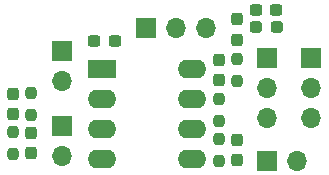
<source format=gbr>
%TF.GenerationSoftware,KiCad,Pcbnew,8.0.6*%
%TF.CreationDate,2024-12-31T17:28:59-06:00*%
%TF.ProjectId,OpAmpDistortion,4f70416d-7044-4697-9374-6f7274696f6e,rev?*%
%TF.SameCoordinates,Original*%
%TF.FileFunction,Soldermask,Top*%
%TF.FilePolarity,Negative*%
%FSLAX46Y46*%
G04 Gerber Fmt 4.6, Leading zero omitted, Abs format (unit mm)*
G04 Created by KiCad (PCBNEW 8.0.6) date 2024-12-31 17:28:59*
%MOMM*%
%LPD*%
G01*
G04 APERTURE LIST*
G04 Aperture macros list*
%AMRoundRect*
0 Rectangle with rounded corners*
0 $1 Rounding radius*
0 $2 $3 $4 $5 $6 $7 $8 $9 X,Y pos of 4 corners*
0 Add a 4 corners polygon primitive as box body*
4,1,4,$2,$3,$4,$5,$6,$7,$8,$9,$2,$3,0*
0 Add four circle primitives for the rounded corners*
1,1,$1+$1,$2,$3*
1,1,$1+$1,$4,$5*
1,1,$1+$1,$6,$7*
1,1,$1+$1,$8,$9*
0 Add four rect primitives between the rounded corners*
20,1,$1+$1,$2,$3,$4,$5,0*
20,1,$1+$1,$4,$5,$6,$7,0*
20,1,$1+$1,$6,$7,$8,$9,0*
20,1,$1+$1,$8,$9,$2,$3,0*%
G04 Aperture macros list end*
%ADD10R,1.700000X1.700000*%
%ADD11O,1.700000X1.700000*%
%ADD12RoundRect,0.237500X0.300000X0.237500X-0.300000X0.237500X-0.300000X-0.237500X0.300000X-0.237500X0*%
%ADD13RoundRect,0.237500X0.287500X0.237500X-0.287500X0.237500X-0.287500X-0.237500X0.287500X-0.237500X0*%
%ADD14RoundRect,0.237500X-0.237500X0.300000X-0.237500X-0.300000X0.237500X-0.300000X0.237500X0.300000X0*%
%ADD15RoundRect,0.237500X0.237500X-0.250000X0.237500X0.250000X-0.237500X0.250000X-0.237500X-0.250000X0*%
%ADD16R,2.400000X1.600000*%
%ADD17O,2.400000X1.600000*%
%ADD18RoundRect,0.237500X-0.237500X0.250000X-0.237500X-0.250000X0.237500X-0.250000X0.237500X0.250000X0*%
%ADD19RoundRect,0.237500X-0.300000X-0.237500X0.300000X-0.237500X0.300000X0.237500X-0.300000X0.237500X0*%
%ADD20RoundRect,0.237500X0.237500X-0.300000X0.237500X0.300000X-0.237500X0.300000X-0.237500X-0.300000X0*%
%ADD21RoundRect,0.237500X-0.237500X0.287500X-0.237500X-0.287500X0.237500X-0.287500X0.237500X0.287500X0*%
G04 APERTURE END LIST*
D10*
%TO.C,RV1*%
X148900000Y-88375000D03*
D11*
X148900000Y-90915000D03*
X148900000Y-93455000D03*
%TD*%
D12*
%TO.C,C6*%
X149662500Y-84300000D03*
X147937500Y-84300000D03*
%TD*%
D13*
%TO.C,D1*%
X149675000Y-85800000D03*
X147925000Y-85800000D03*
%TD*%
D14*
%TO.C,C4*%
X146300000Y-95337500D03*
X146300000Y-97062500D03*
%TD*%
D10*
%TO.C,RV3*%
X138620000Y-85900000D03*
D11*
X141160000Y-85900000D03*
X143700000Y-85900000D03*
%TD*%
D10*
%TO.C,J1*%
X131500000Y-87825000D03*
D11*
X131500000Y-90365000D03*
%TD*%
D15*
%TO.C,R4*%
X144800000Y-93712500D03*
X144800000Y-91887500D03*
%TD*%
D16*
%TO.C,U1*%
X134875000Y-89300000D03*
D17*
X134875000Y-91840000D03*
X134875000Y-94380000D03*
X134875000Y-96920000D03*
X142495000Y-96920000D03*
X142495000Y-94380000D03*
X142495000Y-91840000D03*
X142495000Y-89300000D03*
%TD*%
D15*
%TO.C,R3*%
X144800000Y-97112500D03*
X144800000Y-95287500D03*
%TD*%
D10*
%TO.C,RV2*%
X152603200Y-88392000D03*
D11*
X152603200Y-90932000D03*
X152603200Y-93472000D03*
%TD*%
D18*
%TO.C,R1*%
X128900000Y-91387500D03*
X128900000Y-93212500D03*
%TD*%
D19*
%TO.C,C3*%
X134237500Y-87000000D03*
X135962500Y-87000000D03*
%TD*%
D14*
%TO.C,C2*%
X128900000Y-94737500D03*
X128900000Y-96462500D03*
%TD*%
D20*
%TO.C,C5*%
X144800000Y-90262500D03*
X144800000Y-88537500D03*
%TD*%
D10*
%TO.C,J2*%
X148900000Y-97100000D03*
D11*
X151440000Y-97100000D03*
%TD*%
D15*
%TO.C,R5*%
X146300000Y-90312500D03*
X146300000Y-88487500D03*
%TD*%
D10*
%TO.C,BT1*%
X131500000Y-94125000D03*
D11*
X131500000Y-96665000D03*
%TD*%
D14*
%TO.C,C1*%
X127400000Y-91437500D03*
X127400000Y-93162500D03*
%TD*%
D21*
%TO.C,D2*%
X146300000Y-85125000D03*
X146300000Y-86875000D03*
%TD*%
D18*
%TO.C,R2*%
X127400000Y-94687500D03*
X127400000Y-96512500D03*
%TD*%
M02*

</source>
